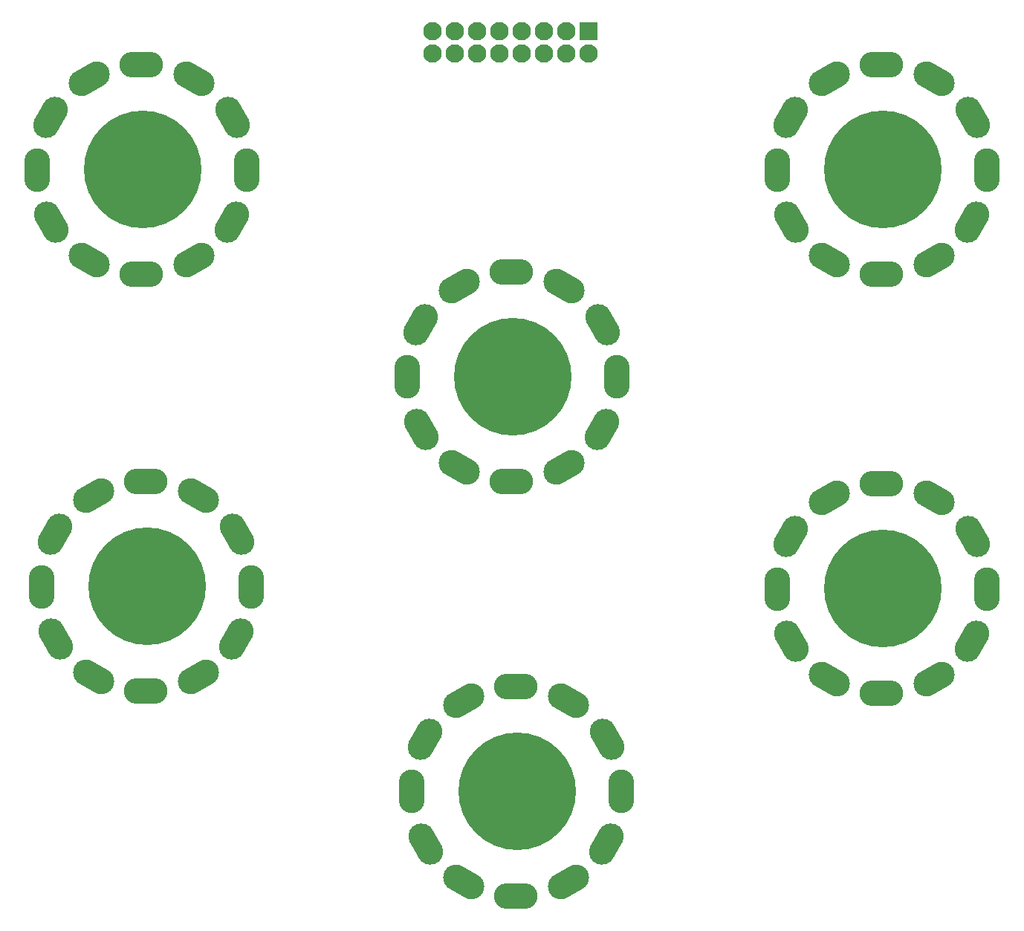
<source format=gbr>
%TF.GenerationSoftware,KiCad,Pcbnew,(6.0.10)*%
%TF.CreationDate,2023-01-12T16:06:26-05:00*%
%TF.ProjectId,pump_board,70756d70-5f62-46f6-9172-642e6b696361,rev?*%
%TF.SameCoordinates,Original*%
%TF.FileFunction,Soldermask,Top*%
%TF.FilePolarity,Negative*%
%FSLAX46Y46*%
G04 Gerber Fmt 4.6, Leading zero omitted, Abs format (unit mm)*
G04 Created by KiCad (PCBNEW (6.0.10)) date 2023-01-12 16:06:26*
%MOMM*%
%LPD*%
G01*
G04 APERTURE LIST*
G04 Aperture macros list*
%AMRoundRect*
0 Rectangle with rounded corners*
0 $1 Rounding radius*
0 $2 $3 $4 $5 $6 $7 $8 $9 X,Y pos of 4 corners*
0 Add a 4 corners polygon primitive as box body*
4,1,4,$2,$3,$4,$5,$6,$7,$8,$9,$2,$3,0*
0 Add four circle primitives for the rounded corners*
1,1,$1+$1,$2,$3*
1,1,$1+$1,$4,$5*
1,1,$1+$1,$6,$7*
1,1,$1+$1,$8,$9*
0 Add four rect primitives between the rounded corners*
20,1,$1+$1,$2,$3,$4,$5,0*
20,1,$1+$1,$4,$5,$6,$7,0*
20,1,$1+$1,$6,$7,$8,$9,0*
20,1,$1+$1,$8,$9,$2,$3,0*%
%AMHorizOval*
0 Thick line with rounded ends*
0 $1 width*
0 $2 $3 position (X,Y) of the first rounded end (center of the circle)*
0 $4 $5 position (X,Y) of the second rounded end (center of the circle)*
0 Add line between two ends*
20,1,$1,$2,$3,$4,$5,0*
0 Add two circle primitives to create the rounded ends*
1,1,$1,$2,$3*
1,1,$1,$4,$5*%
G04 Aperture macros list end*
%ADD10HorizOval,2.940000X-0.508000X0.879882X0.508000X-0.879882X0*%
%ADD11HorizOval,2.940000X-0.508000X-0.879882X0.508000X0.879882X0*%
%ADD12O,4.972000X2.940000*%
%ADD13HorizOval,2.940000X-0.879882X0.508000X0.879882X-0.508000X0*%
%ADD14HorizOval,2.940000X-0.879882X-0.508000X0.879882X0.508000X0*%
%ADD15O,2.940000X4.972000*%
%ADD16C,13.400000*%
%ADD17RoundRect,0.200000X0.850000X0.850000X-0.850000X0.850000X-0.850000X-0.850000X0.850000X-0.850000X0*%
%ADD18C,2.100000*%
G04 APERTURE END LIST*
D10*
%TO.C,U5*%
X158617058Y-151054024D03*
D11*
X137845900Y-151060774D03*
D12*
X148227812Y-145065179D03*
D13*
X154226169Y-146666909D03*
D14*
X142232217Y-146666909D03*
D15*
X160229098Y-157049618D03*
D14*
X154170218Y-167344131D03*
D12*
X148227813Y-168941178D03*
D10*
X137939836Y-162992024D03*
D13*
X142288170Y-167344131D03*
D15*
X136353098Y-157049619D03*
D11*
X158523122Y-162998773D03*
D16*
X148354039Y-157001322D03*
%TD*%
D14*
%TO.C,U1*%
X58412217Y-146412909D03*
D11*
X54025900Y-150806774D03*
D12*
X64407812Y-144811179D03*
D13*
X70406169Y-146412909D03*
D15*
X76409098Y-156795618D03*
D10*
X74797058Y-150800024D03*
D13*
X58468170Y-167090131D03*
D14*
X70350218Y-167090131D03*
D15*
X52533098Y-156795619D03*
D10*
X54119836Y-162738024D03*
D11*
X74703122Y-162744773D03*
D12*
X64407813Y-168687178D03*
D16*
X64534039Y-156747322D03*
%TD*%
%TO.C,U2*%
X64026039Y-109249322D03*
D13*
X57960170Y-119592131D03*
D12*
X63899813Y-121189178D03*
D11*
X74195122Y-115246773D03*
D15*
X52025098Y-109297619D03*
D10*
X53611836Y-115240024D03*
D14*
X69842218Y-119592131D03*
D15*
X75901098Y-109297618D03*
D14*
X57904217Y-98914909D03*
D12*
X63899812Y-97313179D03*
D13*
X69898169Y-98914909D03*
D11*
X53517900Y-103308774D03*
D10*
X74289058Y-103302024D03*
%TD*%
D16*
%TO.C,U3*%
X106698039Y-180084144D03*
D11*
X116867122Y-186081595D03*
D10*
X96283836Y-186074846D03*
D15*
X94697098Y-180132441D03*
D12*
X106571813Y-192024000D03*
D13*
X100632170Y-190426953D03*
D14*
X112514218Y-190426953D03*
D12*
X106571812Y-168148001D03*
D10*
X116961058Y-174136846D03*
D14*
X100576217Y-169749731D03*
D11*
X96189900Y-174143596D03*
D13*
X112570169Y-169749731D03*
D15*
X118573098Y-180132440D03*
%TD*%
D16*
%TO.C,U4*%
X106190039Y-132840144D03*
D15*
X94189098Y-132888441D03*
D12*
X106063813Y-144780000D03*
D13*
X100124170Y-143182953D03*
D11*
X116359122Y-138837595D03*
D10*
X95775836Y-138830846D03*
D14*
X112006218Y-143182953D03*
D11*
X95681900Y-126899596D03*
D14*
X100068217Y-122505731D03*
D13*
X112062169Y-122505731D03*
D10*
X116453058Y-126892846D03*
D15*
X118065098Y-132888440D03*
D12*
X106063812Y-120904001D03*
%TD*%
D16*
%TO.C,U6*%
X148354039Y-109249322D03*
D12*
X148227813Y-121189178D03*
D11*
X158523122Y-115246773D03*
D13*
X142288170Y-119592131D03*
D10*
X137939836Y-115240024D03*
D14*
X154170218Y-119592131D03*
D15*
X136353098Y-109297619D03*
D12*
X148227812Y-97313179D03*
D10*
X158617058Y-103302024D03*
D13*
X154226169Y-98914909D03*
D11*
X137845900Y-103308774D03*
D15*
X160229098Y-109297618D03*
D14*
X142232217Y-98914909D03*
%TD*%
D17*
%TO.C,J1*%
X114808000Y-93472000D03*
D18*
X114808000Y-96012000D03*
X112268000Y-93472000D03*
X112268000Y-96012000D03*
X109728000Y-93472000D03*
X109728000Y-96012000D03*
X107188000Y-93472000D03*
X107188000Y-96012000D03*
X104648000Y-93472000D03*
X104648000Y-96012000D03*
X102108000Y-93472000D03*
X102108000Y-96012000D03*
X99568000Y-93472000D03*
X99568000Y-96012000D03*
X97028000Y-93472000D03*
X97028000Y-96012000D03*
%TD*%
M02*

</source>
